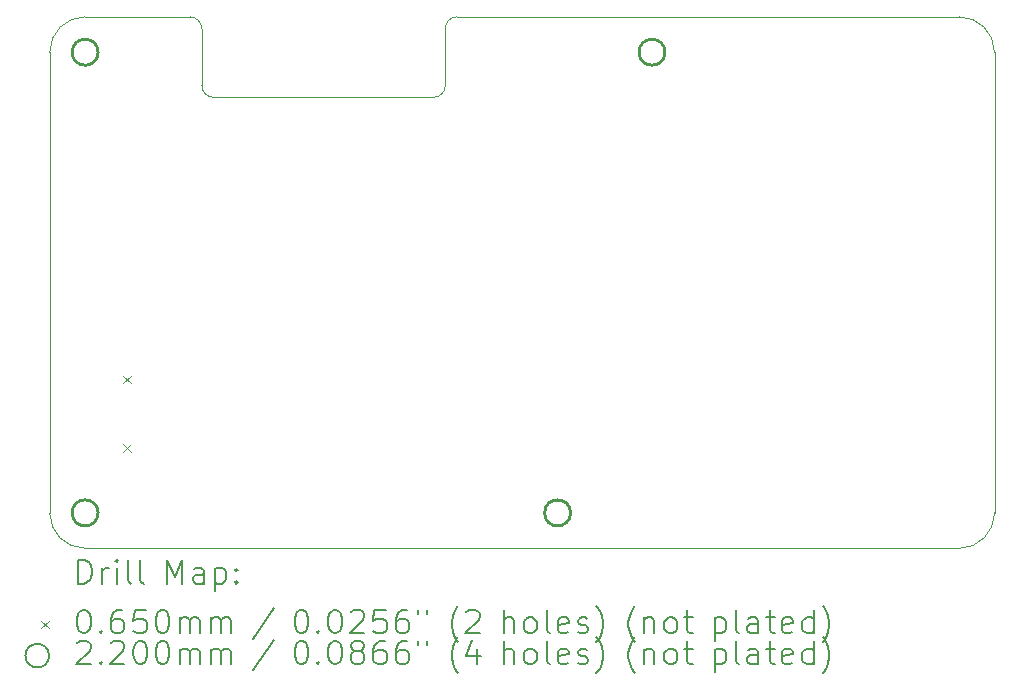
<source format=gbr>
%TF.GenerationSoftware,KiCad,Pcbnew,(7.0.0-0)*%
%TF.CreationDate,2023-03-01T12:51:13+00:00*%
%TF.ProjectId,winch-link,77696e63-682d-46c6-996e-6b2e6b696361,rev?*%
%TF.SameCoordinates,Original*%
%TF.FileFunction,Drillmap*%
%TF.FilePolarity,Positive*%
%FSLAX45Y45*%
G04 Gerber Fmt 4.5, Leading zero omitted, Abs format (unit mm)*
G04 Created by KiCad (PCBNEW (7.0.0-0)) date 2023-03-01 12:51:13*
%MOMM*%
%LPD*%
G01*
G04 APERTURE LIST*
%ADD10C,0.100000*%
%ADD11C,0.200000*%
%ADD12C,0.065000*%
%ADD13C,0.220000*%
G04 APERTURE END LIST*
D10*
X13987861Y-8919589D02*
G75*
G03*
X14087189Y-8820060I-111J99439D01*
G01*
X10737868Y-8537868D02*
X10737868Y-12437868D01*
X14087835Y-8337049D02*
X14087189Y-8820060D01*
X11037868Y-8237868D02*
X11925073Y-8238324D01*
X12024602Y-8337647D02*
X12026201Y-8819446D01*
X12024606Y-8337647D02*
G75*
G03*
X11925073Y-8238324I-99426J-103D01*
G01*
X18737868Y-8537872D02*
G75*
G03*
X18437864Y-8237872I-299998J2D01*
G01*
X18437868Y-12737868D02*
G75*
G03*
X18737868Y-12437868I2J299998D01*
G01*
X14187871Y-8237064D02*
X18437864Y-8237872D01*
X18737864Y-8537872D02*
X18737868Y-12437868D01*
X11037868Y-8237868D02*
G75*
G03*
X10737868Y-8537868I2J-300002D01*
G01*
X12026201Y-8819446D02*
G75*
G03*
X12125729Y-8918769I99429J106D01*
G01*
X14187871Y-8237065D02*
G75*
G03*
X14087835Y-8337049I-361J-99675D01*
G01*
X10737872Y-12437868D02*
G75*
G03*
X11037868Y-12737868I299998J-2D01*
G01*
X12125729Y-8918769D02*
X13987861Y-8919589D01*
X18437868Y-12737868D02*
X11037868Y-12737868D01*
D11*
D12*
X11360868Y-11277052D02*
X11425868Y-11342052D01*
X11425868Y-11277052D02*
X11360868Y-11342052D01*
X11360868Y-11855052D02*
X11425868Y-11920052D01*
X11425868Y-11855052D02*
X11360868Y-11920052D01*
D13*
X11147868Y-8537868D02*
G75*
G03*
X11147868Y-8537868I-110000J0D01*
G01*
X11147868Y-12437868D02*
G75*
G03*
X11147868Y-12437868I-110000J0D01*
G01*
X15147868Y-12437868D02*
G75*
G03*
X15147868Y-12437868I-110000J0D01*
G01*
X15947868Y-8537868D02*
G75*
G03*
X15947868Y-8537868I-110000J0D01*
G01*
D11*
X10980487Y-13036344D02*
X10980487Y-12836344D01*
X10980487Y-12836344D02*
X11028106Y-12836344D01*
X11028106Y-12836344D02*
X11056678Y-12845868D01*
X11056678Y-12845868D02*
X11075725Y-12864916D01*
X11075725Y-12864916D02*
X11085249Y-12883963D01*
X11085249Y-12883963D02*
X11094773Y-12922058D01*
X11094773Y-12922058D02*
X11094773Y-12950630D01*
X11094773Y-12950630D02*
X11085249Y-12988725D01*
X11085249Y-12988725D02*
X11075725Y-13007773D01*
X11075725Y-13007773D02*
X11056678Y-13026820D01*
X11056678Y-13026820D02*
X11028106Y-13036344D01*
X11028106Y-13036344D02*
X10980487Y-13036344D01*
X11180487Y-13036344D02*
X11180487Y-12903011D01*
X11180487Y-12941106D02*
X11190011Y-12922058D01*
X11190011Y-12922058D02*
X11199535Y-12912535D01*
X11199535Y-12912535D02*
X11218582Y-12903011D01*
X11218582Y-12903011D02*
X11237630Y-12903011D01*
X11304296Y-13036344D02*
X11304296Y-12903011D01*
X11304296Y-12836344D02*
X11294773Y-12845868D01*
X11294773Y-12845868D02*
X11304296Y-12855392D01*
X11304296Y-12855392D02*
X11313820Y-12845868D01*
X11313820Y-12845868D02*
X11304296Y-12836344D01*
X11304296Y-12836344D02*
X11304296Y-12855392D01*
X11428106Y-13036344D02*
X11409058Y-13026820D01*
X11409058Y-13026820D02*
X11399535Y-13007773D01*
X11399535Y-13007773D02*
X11399535Y-12836344D01*
X11532868Y-13036344D02*
X11513820Y-13026820D01*
X11513820Y-13026820D02*
X11504296Y-13007773D01*
X11504296Y-13007773D02*
X11504296Y-12836344D01*
X11729058Y-13036344D02*
X11729058Y-12836344D01*
X11729058Y-12836344D02*
X11795725Y-12979201D01*
X11795725Y-12979201D02*
X11862392Y-12836344D01*
X11862392Y-12836344D02*
X11862392Y-13036344D01*
X12043344Y-13036344D02*
X12043344Y-12931582D01*
X12043344Y-12931582D02*
X12033820Y-12912535D01*
X12033820Y-12912535D02*
X12014773Y-12903011D01*
X12014773Y-12903011D02*
X11976677Y-12903011D01*
X11976677Y-12903011D02*
X11957630Y-12912535D01*
X12043344Y-13026820D02*
X12024296Y-13036344D01*
X12024296Y-13036344D02*
X11976677Y-13036344D01*
X11976677Y-13036344D02*
X11957630Y-13026820D01*
X11957630Y-13026820D02*
X11948106Y-13007773D01*
X11948106Y-13007773D02*
X11948106Y-12988725D01*
X11948106Y-12988725D02*
X11957630Y-12969677D01*
X11957630Y-12969677D02*
X11976677Y-12960154D01*
X11976677Y-12960154D02*
X12024296Y-12960154D01*
X12024296Y-12960154D02*
X12043344Y-12950630D01*
X12138582Y-12903011D02*
X12138582Y-13103011D01*
X12138582Y-12912535D02*
X12157630Y-12903011D01*
X12157630Y-12903011D02*
X12195725Y-12903011D01*
X12195725Y-12903011D02*
X12214773Y-12912535D01*
X12214773Y-12912535D02*
X12224296Y-12922058D01*
X12224296Y-12922058D02*
X12233820Y-12941106D01*
X12233820Y-12941106D02*
X12233820Y-12998249D01*
X12233820Y-12998249D02*
X12224296Y-13017296D01*
X12224296Y-13017296D02*
X12214773Y-13026820D01*
X12214773Y-13026820D02*
X12195725Y-13036344D01*
X12195725Y-13036344D02*
X12157630Y-13036344D01*
X12157630Y-13036344D02*
X12138582Y-13026820D01*
X12319535Y-13017296D02*
X12329058Y-13026820D01*
X12329058Y-13026820D02*
X12319535Y-13036344D01*
X12319535Y-13036344D02*
X12310011Y-13026820D01*
X12310011Y-13026820D02*
X12319535Y-13017296D01*
X12319535Y-13017296D02*
X12319535Y-13036344D01*
X12319535Y-12912535D02*
X12329058Y-12922058D01*
X12329058Y-12922058D02*
X12319535Y-12931582D01*
X12319535Y-12931582D02*
X12310011Y-12922058D01*
X12310011Y-12922058D02*
X12319535Y-12912535D01*
X12319535Y-12912535D02*
X12319535Y-12931582D01*
D12*
X10667868Y-13350368D02*
X10732868Y-13415368D01*
X10732868Y-13350368D02*
X10667868Y-13415368D01*
D11*
X11018582Y-13256344D02*
X11037630Y-13256344D01*
X11037630Y-13256344D02*
X11056678Y-13265868D01*
X11056678Y-13265868D02*
X11066201Y-13275392D01*
X11066201Y-13275392D02*
X11075725Y-13294439D01*
X11075725Y-13294439D02*
X11085249Y-13332535D01*
X11085249Y-13332535D02*
X11085249Y-13380154D01*
X11085249Y-13380154D02*
X11075725Y-13418249D01*
X11075725Y-13418249D02*
X11066201Y-13437296D01*
X11066201Y-13437296D02*
X11056678Y-13446820D01*
X11056678Y-13446820D02*
X11037630Y-13456344D01*
X11037630Y-13456344D02*
X11018582Y-13456344D01*
X11018582Y-13456344D02*
X10999535Y-13446820D01*
X10999535Y-13446820D02*
X10990011Y-13437296D01*
X10990011Y-13437296D02*
X10980487Y-13418249D01*
X10980487Y-13418249D02*
X10970963Y-13380154D01*
X10970963Y-13380154D02*
X10970963Y-13332535D01*
X10970963Y-13332535D02*
X10980487Y-13294439D01*
X10980487Y-13294439D02*
X10990011Y-13275392D01*
X10990011Y-13275392D02*
X10999535Y-13265868D01*
X10999535Y-13265868D02*
X11018582Y-13256344D01*
X11170963Y-13437296D02*
X11180487Y-13446820D01*
X11180487Y-13446820D02*
X11170963Y-13456344D01*
X11170963Y-13456344D02*
X11161439Y-13446820D01*
X11161439Y-13446820D02*
X11170963Y-13437296D01*
X11170963Y-13437296D02*
X11170963Y-13456344D01*
X11351916Y-13256344D02*
X11313820Y-13256344D01*
X11313820Y-13256344D02*
X11294773Y-13265868D01*
X11294773Y-13265868D02*
X11285249Y-13275392D01*
X11285249Y-13275392D02*
X11266201Y-13303963D01*
X11266201Y-13303963D02*
X11256677Y-13342058D01*
X11256677Y-13342058D02*
X11256677Y-13418249D01*
X11256677Y-13418249D02*
X11266201Y-13437296D01*
X11266201Y-13437296D02*
X11275725Y-13446820D01*
X11275725Y-13446820D02*
X11294773Y-13456344D01*
X11294773Y-13456344D02*
X11332868Y-13456344D01*
X11332868Y-13456344D02*
X11351916Y-13446820D01*
X11351916Y-13446820D02*
X11361439Y-13437296D01*
X11361439Y-13437296D02*
X11370963Y-13418249D01*
X11370963Y-13418249D02*
X11370963Y-13370630D01*
X11370963Y-13370630D02*
X11361439Y-13351582D01*
X11361439Y-13351582D02*
X11351916Y-13342058D01*
X11351916Y-13342058D02*
X11332868Y-13332535D01*
X11332868Y-13332535D02*
X11294773Y-13332535D01*
X11294773Y-13332535D02*
X11275725Y-13342058D01*
X11275725Y-13342058D02*
X11266201Y-13351582D01*
X11266201Y-13351582D02*
X11256677Y-13370630D01*
X11551916Y-13256344D02*
X11456677Y-13256344D01*
X11456677Y-13256344D02*
X11447154Y-13351582D01*
X11447154Y-13351582D02*
X11456677Y-13342058D01*
X11456677Y-13342058D02*
X11475725Y-13332535D01*
X11475725Y-13332535D02*
X11523344Y-13332535D01*
X11523344Y-13332535D02*
X11542392Y-13342058D01*
X11542392Y-13342058D02*
X11551916Y-13351582D01*
X11551916Y-13351582D02*
X11561439Y-13370630D01*
X11561439Y-13370630D02*
X11561439Y-13418249D01*
X11561439Y-13418249D02*
X11551916Y-13437296D01*
X11551916Y-13437296D02*
X11542392Y-13446820D01*
X11542392Y-13446820D02*
X11523344Y-13456344D01*
X11523344Y-13456344D02*
X11475725Y-13456344D01*
X11475725Y-13456344D02*
X11456677Y-13446820D01*
X11456677Y-13446820D02*
X11447154Y-13437296D01*
X11685249Y-13256344D02*
X11704297Y-13256344D01*
X11704297Y-13256344D02*
X11723344Y-13265868D01*
X11723344Y-13265868D02*
X11732868Y-13275392D01*
X11732868Y-13275392D02*
X11742392Y-13294439D01*
X11742392Y-13294439D02*
X11751916Y-13332535D01*
X11751916Y-13332535D02*
X11751916Y-13380154D01*
X11751916Y-13380154D02*
X11742392Y-13418249D01*
X11742392Y-13418249D02*
X11732868Y-13437296D01*
X11732868Y-13437296D02*
X11723344Y-13446820D01*
X11723344Y-13446820D02*
X11704297Y-13456344D01*
X11704297Y-13456344D02*
X11685249Y-13456344D01*
X11685249Y-13456344D02*
X11666201Y-13446820D01*
X11666201Y-13446820D02*
X11656677Y-13437296D01*
X11656677Y-13437296D02*
X11647154Y-13418249D01*
X11647154Y-13418249D02*
X11637630Y-13380154D01*
X11637630Y-13380154D02*
X11637630Y-13332535D01*
X11637630Y-13332535D02*
X11647154Y-13294439D01*
X11647154Y-13294439D02*
X11656677Y-13275392D01*
X11656677Y-13275392D02*
X11666201Y-13265868D01*
X11666201Y-13265868D02*
X11685249Y-13256344D01*
X11837630Y-13456344D02*
X11837630Y-13323011D01*
X11837630Y-13342058D02*
X11847154Y-13332535D01*
X11847154Y-13332535D02*
X11866201Y-13323011D01*
X11866201Y-13323011D02*
X11894773Y-13323011D01*
X11894773Y-13323011D02*
X11913820Y-13332535D01*
X11913820Y-13332535D02*
X11923344Y-13351582D01*
X11923344Y-13351582D02*
X11923344Y-13456344D01*
X11923344Y-13351582D02*
X11932868Y-13332535D01*
X11932868Y-13332535D02*
X11951916Y-13323011D01*
X11951916Y-13323011D02*
X11980487Y-13323011D01*
X11980487Y-13323011D02*
X11999535Y-13332535D01*
X11999535Y-13332535D02*
X12009058Y-13351582D01*
X12009058Y-13351582D02*
X12009058Y-13456344D01*
X12104297Y-13456344D02*
X12104297Y-13323011D01*
X12104297Y-13342058D02*
X12113820Y-13332535D01*
X12113820Y-13332535D02*
X12132868Y-13323011D01*
X12132868Y-13323011D02*
X12161439Y-13323011D01*
X12161439Y-13323011D02*
X12180487Y-13332535D01*
X12180487Y-13332535D02*
X12190011Y-13351582D01*
X12190011Y-13351582D02*
X12190011Y-13456344D01*
X12190011Y-13351582D02*
X12199535Y-13332535D01*
X12199535Y-13332535D02*
X12218582Y-13323011D01*
X12218582Y-13323011D02*
X12247154Y-13323011D01*
X12247154Y-13323011D02*
X12266201Y-13332535D01*
X12266201Y-13332535D02*
X12275725Y-13351582D01*
X12275725Y-13351582D02*
X12275725Y-13456344D01*
X12633820Y-13246820D02*
X12462392Y-13503963D01*
X12858582Y-13256344D02*
X12877630Y-13256344D01*
X12877630Y-13256344D02*
X12896678Y-13265868D01*
X12896678Y-13265868D02*
X12906201Y-13275392D01*
X12906201Y-13275392D02*
X12915725Y-13294439D01*
X12915725Y-13294439D02*
X12925249Y-13332535D01*
X12925249Y-13332535D02*
X12925249Y-13380154D01*
X12925249Y-13380154D02*
X12915725Y-13418249D01*
X12915725Y-13418249D02*
X12906201Y-13437296D01*
X12906201Y-13437296D02*
X12896678Y-13446820D01*
X12896678Y-13446820D02*
X12877630Y-13456344D01*
X12877630Y-13456344D02*
X12858582Y-13456344D01*
X12858582Y-13456344D02*
X12839535Y-13446820D01*
X12839535Y-13446820D02*
X12830011Y-13437296D01*
X12830011Y-13437296D02*
X12820487Y-13418249D01*
X12820487Y-13418249D02*
X12810963Y-13380154D01*
X12810963Y-13380154D02*
X12810963Y-13332535D01*
X12810963Y-13332535D02*
X12820487Y-13294439D01*
X12820487Y-13294439D02*
X12830011Y-13275392D01*
X12830011Y-13275392D02*
X12839535Y-13265868D01*
X12839535Y-13265868D02*
X12858582Y-13256344D01*
X13010963Y-13437296D02*
X13020487Y-13446820D01*
X13020487Y-13446820D02*
X13010963Y-13456344D01*
X13010963Y-13456344D02*
X13001439Y-13446820D01*
X13001439Y-13446820D02*
X13010963Y-13437296D01*
X13010963Y-13437296D02*
X13010963Y-13456344D01*
X13144297Y-13256344D02*
X13163344Y-13256344D01*
X13163344Y-13256344D02*
X13182392Y-13265868D01*
X13182392Y-13265868D02*
X13191916Y-13275392D01*
X13191916Y-13275392D02*
X13201439Y-13294439D01*
X13201439Y-13294439D02*
X13210963Y-13332535D01*
X13210963Y-13332535D02*
X13210963Y-13380154D01*
X13210963Y-13380154D02*
X13201439Y-13418249D01*
X13201439Y-13418249D02*
X13191916Y-13437296D01*
X13191916Y-13437296D02*
X13182392Y-13446820D01*
X13182392Y-13446820D02*
X13163344Y-13456344D01*
X13163344Y-13456344D02*
X13144297Y-13456344D01*
X13144297Y-13456344D02*
X13125249Y-13446820D01*
X13125249Y-13446820D02*
X13115725Y-13437296D01*
X13115725Y-13437296D02*
X13106201Y-13418249D01*
X13106201Y-13418249D02*
X13096678Y-13380154D01*
X13096678Y-13380154D02*
X13096678Y-13332535D01*
X13096678Y-13332535D02*
X13106201Y-13294439D01*
X13106201Y-13294439D02*
X13115725Y-13275392D01*
X13115725Y-13275392D02*
X13125249Y-13265868D01*
X13125249Y-13265868D02*
X13144297Y-13256344D01*
X13287154Y-13275392D02*
X13296678Y-13265868D01*
X13296678Y-13265868D02*
X13315725Y-13256344D01*
X13315725Y-13256344D02*
X13363344Y-13256344D01*
X13363344Y-13256344D02*
X13382392Y-13265868D01*
X13382392Y-13265868D02*
X13391916Y-13275392D01*
X13391916Y-13275392D02*
X13401439Y-13294439D01*
X13401439Y-13294439D02*
X13401439Y-13313487D01*
X13401439Y-13313487D02*
X13391916Y-13342058D01*
X13391916Y-13342058D02*
X13277630Y-13456344D01*
X13277630Y-13456344D02*
X13401439Y-13456344D01*
X13582392Y-13256344D02*
X13487154Y-13256344D01*
X13487154Y-13256344D02*
X13477630Y-13351582D01*
X13477630Y-13351582D02*
X13487154Y-13342058D01*
X13487154Y-13342058D02*
X13506201Y-13332535D01*
X13506201Y-13332535D02*
X13553820Y-13332535D01*
X13553820Y-13332535D02*
X13572868Y-13342058D01*
X13572868Y-13342058D02*
X13582392Y-13351582D01*
X13582392Y-13351582D02*
X13591916Y-13370630D01*
X13591916Y-13370630D02*
X13591916Y-13418249D01*
X13591916Y-13418249D02*
X13582392Y-13437296D01*
X13582392Y-13437296D02*
X13572868Y-13446820D01*
X13572868Y-13446820D02*
X13553820Y-13456344D01*
X13553820Y-13456344D02*
X13506201Y-13456344D01*
X13506201Y-13456344D02*
X13487154Y-13446820D01*
X13487154Y-13446820D02*
X13477630Y-13437296D01*
X13763344Y-13256344D02*
X13725249Y-13256344D01*
X13725249Y-13256344D02*
X13706201Y-13265868D01*
X13706201Y-13265868D02*
X13696678Y-13275392D01*
X13696678Y-13275392D02*
X13677630Y-13303963D01*
X13677630Y-13303963D02*
X13668106Y-13342058D01*
X13668106Y-13342058D02*
X13668106Y-13418249D01*
X13668106Y-13418249D02*
X13677630Y-13437296D01*
X13677630Y-13437296D02*
X13687154Y-13446820D01*
X13687154Y-13446820D02*
X13706201Y-13456344D01*
X13706201Y-13456344D02*
X13744297Y-13456344D01*
X13744297Y-13456344D02*
X13763344Y-13446820D01*
X13763344Y-13446820D02*
X13772868Y-13437296D01*
X13772868Y-13437296D02*
X13782392Y-13418249D01*
X13782392Y-13418249D02*
X13782392Y-13370630D01*
X13782392Y-13370630D02*
X13772868Y-13351582D01*
X13772868Y-13351582D02*
X13763344Y-13342058D01*
X13763344Y-13342058D02*
X13744297Y-13332535D01*
X13744297Y-13332535D02*
X13706201Y-13332535D01*
X13706201Y-13332535D02*
X13687154Y-13342058D01*
X13687154Y-13342058D02*
X13677630Y-13351582D01*
X13677630Y-13351582D02*
X13668106Y-13370630D01*
X13858582Y-13256344D02*
X13858582Y-13294439D01*
X13934773Y-13256344D02*
X13934773Y-13294439D01*
X14197630Y-13532535D02*
X14188106Y-13523011D01*
X14188106Y-13523011D02*
X14169059Y-13494439D01*
X14169059Y-13494439D02*
X14159535Y-13475392D01*
X14159535Y-13475392D02*
X14150011Y-13446820D01*
X14150011Y-13446820D02*
X14140487Y-13399201D01*
X14140487Y-13399201D02*
X14140487Y-13361106D01*
X14140487Y-13361106D02*
X14150011Y-13313487D01*
X14150011Y-13313487D02*
X14159535Y-13284916D01*
X14159535Y-13284916D02*
X14169059Y-13265868D01*
X14169059Y-13265868D02*
X14188106Y-13237296D01*
X14188106Y-13237296D02*
X14197630Y-13227773D01*
X14264297Y-13275392D02*
X14273820Y-13265868D01*
X14273820Y-13265868D02*
X14292868Y-13256344D01*
X14292868Y-13256344D02*
X14340487Y-13256344D01*
X14340487Y-13256344D02*
X14359535Y-13265868D01*
X14359535Y-13265868D02*
X14369059Y-13275392D01*
X14369059Y-13275392D02*
X14378582Y-13294439D01*
X14378582Y-13294439D02*
X14378582Y-13313487D01*
X14378582Y-13313487D02*
X14369059Y-13342058D01*
X14369059Y-13342058D02*
X14254773Y-13456344D01*
X14254773Y-13456344D02*
X14378582Y-13456344D01*
X14584297Y-13456344D02*
X14584297Y-13256344D01*
X14670011Y-13456344D02*
X14670011Y-13351582D01*
X14670011Y-13351582D02*
X14660487Y-13332535D01*
X14660487Y-13332535D02*
X14641440Y-13323011D01*
X14641440Y-13323011D02*
X14612868Y-13323011D01*
X14612868Y-13323011D02*
X14593820Y-13332535D01*
X14593820Y-13332535D02*
X14584297Y-13342058D01*
X14793820Y-13456344D02*
X14774773Y-13446820D01*
X14774773Y-13446820D02*
X14765249Y-13437296D01*
X14765249Y-13437296D02*
X14755725Y-13418249D01*
X14755725Y-13418249D02*
X14755725Y-13361106D01*
X14755725Y-13361106D02*
X14765249Y-13342058D01*
X14765249Y-13342058D02*
X14774773Y-13332535D01*
X14774773Y-13332535D02*
X14793820Y-13323011D01*
X14793820Y-13323011D02*
X14822392Y-13323011D01*
X14822392Y-13323011D02*
X14841440Y-13332535D01*
X14841440Y-13332535D02*
X14850963Y-13342058D01*
X14850963Y-13342058D02*
X14860487Y-13361106D01*
X14860487Y-13361106D02*
X14860487Y-13418249D01*
X14860487Y-13418249D02*
X14850963Y-13437296D01*
X14850963Y-13437296D02*
X14841440Y-13446820D01*
X14841440Y-13446820D02*
X14822392Y-13456344D01*
X14822392Y-13456344D02*
X14793820Y-13456344D01*
X14974773Y-13456344D02*
X14955725Y-13446820D01*
X14955725Y-13446820D02*
X14946201Y-13427773D01*
X14946201Y-13427773D02*
X14946201Y-13256344D01*
X15127154Y-13446820D02*
X15108106Y-13456344D01*
X15108106Y-13456344D02*
X15070011Y-13456344D01*
X15070011Y-13456344D02*
X15050963Y-13446820D01*
X15050963Y-13446820D02*
X15041440Y-13427773D01*
X15041440Y-13427773D02*
X15041440Y-13351582D01*
X15041440Y-13351582D02*
X15050963Y-13332535D01*
X15050963Y-13332535D02*
X15070011Y-13323011D01*
X15070011Y-13323011D02*
X15108106Y-13323011D01*
X15108106Y-13323011D02*
X15127154Y-13332535D01*
X15127154Y-13332535D02*
X15136678Y-13351582D01*
X15136678Y-13351582D02*
X15136678Y-13370630D01*
X15136678Y-13370630D02*
X15041440Y-13389677D01*
X15212868Y-13446820D02*
X15231916Y-13456344D01*
X15231916Y-13456344D02*
X15270011Y-13456344D01*
X15270011Y-13456344D02*
X15289059Y-13446820D01*
X15289059Y-13446820D02*
X15298582Y-13427773D01*
X15298582Y-13427773D02*
X15298582Y-13418249D01*
X15298582Y-13418249D02*
X15289059Y-13399201D01*
X15289059Y-13399201D02*
X15270011Y-13389677D01*
X15270011Y-13389677D02*
X15241440Y-13389677D01*
X15241440Y-13389677D02*
X15222392Y-13380154D01*
X15222392Y-13380154D02*
X15212868Y-13361106D01*
X15212868Y-13361106D02*
X15212868Y-13351582D01*
X15212868Y-13351582D02*
X15222392Y-13332535D01*
X15222392Y-13332535D02*
X15241440Y-13323011D01*
X15241440Y-13323011D02*
X15270011Y-13323011D01*
X15270011Y-13323011D02*
X15289059Y-13332535D01*
X15365249Y-13532535D02*
X15374773Y-13523011D01*
X15374773Y-13523011D02*
X15393821Y-13494439D01*
X15393821Y-13494439D02*
X15403344Y-13475392D01*
X15403344Y-13475392D02*
X15412868Y-13446820D01*
X15412868Y-13446820D02*
X15422392Y-13399201D01*
X15422392Y-13399201D02*
X15422392Y-13361106D01*
X15422392Y-13361106D02*
X15412868Y-13313487D01*
X15412868Y-13313487D02*
X15403344Y-13284916D01*
X15403344Y-13284916D02*
X15393821Y-13265868D01*
X15393821Y-13265868D02*
X15374773Y-13237296D01*
X15374773Y-13237296D02*
X15365249Y-13227773D01*
X15694773Y-13532535D02*
X15685249Y-13523011D01*
X15685249Y-13523011D02*
X15666201Y-13494439D01*
X15666201Y-13494439D02*
X15656678Y-13475392D01*
X15656678Y-13475392D02*
X15647154Y-13446820D01*
X15647154Y-13446820D02*
X15637630Y-13399201D01*
X15637630Y-13399201D02*
X15637630Y-13361106D01*
X15637630Y-13361106D02*
X15647154Y-13313487D01*
X15647154Y-13313487D02*
X15656678Y-13284916D01*
X15656678Y-13284916D02*
X15666201Y-13265868D01*
X15666201Y-13265868D02*
X15685249Y-13237296D01*
X15685249Y-13237296D02*
X15694773Y-13227773D01*
X15770963Y-13323011D02*
X15770963Y-13456344D01*
X15770963Y-13342058D02*
X15780487Y-13332535D01*
X15780487Y-13332535D02*
X15799535Y-13323011D01*
X15799535Y-13323011D02*
X15828106Y-13323011D01*
X15828106Y-13323011D02*
X15847154Y-13332535D01*
X15847154Y-13332535D02*
X15856678Y-13351582D01*
X15856678Y-13351582D02*
X15856678Y-13456344D01*
X15980487Y-13456344D02*
X15961440Y-13446820D01*
X15961440Y-13446820D02*
X15951916Y-13437296D01*
X15951916Y-13437296D02*
X15942392Y-13418249D01*
X15942392Y-13418249D02*
X15942392Y-13361106D01*
X15942392Y-13361106D02*
X15951916Y-13342058D01*
X15951916Y-13342058D02*
X15961440Y-13332535D01*
X15961440Y-13332535D02*
X15980487Y-13323011D01*
X15980487Y-13323011D02*
X16009059Y-13323011D01*
X16009059Y-13323011D02*
X16028106Y-13332535D01*
X16028106Y-13332535D02*
X16037630Y-13342058D01*
X16037630Y-13342058D02*
X16047154Y-13361106D01*
X16047154Y-13361106D02*
X16047154Y-13418249D01*
X16047154Y-13418249D02*
X16037630Y-13437296D01*
X16037630Y-13437296D02*
X16028106Y-13446820D01*
X16028106Y-13446820D02*
X16009059Y-13456344D01*
X16009059Y-13456344D02*
X15980487Y-13456344D01*
X16104297Y-13323011D02*
X16180487Y-13323011D01*
X16132868Y-13256344D02*
X16132868Y-13427773D01*
X16132868Y-13427773D02*
X16142392Y-13446820D01*
X16142392Y-13446820D02*
X16161440Y-13456344D01*
X16161440Y-13456344D02*
X16180487Y-13456344D01*
X16367154Y-13323011D02*
X16367154Y-13523011D01*
X16367154Y-13332535D02*
X16386201Y-13323011D01*
X16386201Y-13323011D02*
X16424297Y-13323011D01*
X16424297Y-13323011D02*
X16443344Y-13332535D01*
X16443344Y-13332535D02*
X16452868Y-13342058D01*
X16452868Y-13342058D02*
X16462392Y-13361106D01*
X16462392Y-13361106D02*
X16462392Y-13418249D01*
X16462392Y-13418249D02*
X16452868Y-13437296D01*
X16452868Y-13437296D02*
X16443344Y-13446820D01*
X16443344Y-13446820D02*
X16424297Y-13456344D01*
X16424297Y-13456344D02*
X16386201Y-13456344D01*
X16386201Y-13456344D02*
X16367154Y-13446820D01*
X16576678Y-13456344D02*
X16557630Y-13446820D01*
X16557630Y-13446820D02*
X16548106Y-13427773D01*
X16548106Y-13427773D02*
X16548106Y-13256344D01*
X16738582Y-13456344D02*
X16738582Y-13351582D01*
X16738582Y-13351582D02*
X16729059Y-13332535D01*
X16729059Y-13332535D02*
X16710011Y-13323011D01*
X16710011Y-13323011D02*
X16671916Y-13323011D01*
X16671916Y-13323011D02*
X16652868Y-13332535D01*
X16738582Y-13446820D02*
X16719535Y-13456344D01*
X16719535Y-13456344D02*
X16671916Y-13456344D01*
X16671916Y-13456344D02*
X16652868Y-13446820D01*
X16652868Y-13446820D02*
X16643344Y-13427773D01*
X16643344Y-13427773D02*
X16643344Y-13408725D01*
X16643344Y-13408725D02*
X16652868Y-13389677D01*
X16652868Y-13389677D02*
X16671916Y-13380154D01*
X16671916Y-13380154D02*
X16719535Y-13380154D01*
X16719535Y-13380154D02*
X16738582Y-13370630D01*
X16805249Y-13323011D02*
X16881440Y-13323011D01*
X16833821Y-13256344D02*
X16833821Y-13427773D01*
X16833821Y-13427773D02*
X16843344Y-13446820D01*
X16843344Y-13446820D02*
X16862392Y-13456344D01*
X16862392Y-13456344D02*
X16881440Y-13456344D01*
X17024297Y-13446820D02*
X17005249Y-13456344D01*
X17005249Y-13456344D02*
X16967154Y-13456344D01*
X16967154Y-13456344D02*
X16948106Y-13446820D01*
X16948106Y-13446820D02*
X16938583Y-13427773D01*
X16938583Y-13427773D02*
X16938583Y-13351582D01*
X16938583Y-13351582D02*
X16948106Y-13332535D01*
X16948106Y-13332535D02*
X16967154Y-13323011D01*
X16967154Y-13323011D02*
X17005249Y-13323011D01*
X17005249Y-13323011D02*
X17024297Y-13332535D01*
X17024297Y-13332535D02*
X17033821Y-13351582D01*
X17033821Y-13351582D02*
X17033821Y-13370630D01*
X17033821Y-13370630D02*
X16938583Y-13389677D01*
X17205249Y-13456344D02*
X17205249Y-13256344D01*
X17205249Y-13446820D02*
X17186202Y-13456344D01*
X17186202Y-13456344D02*
X17148106Y-13456344D01*
X17148106Y-13456344D02*
X17129059Y-13446820D01*
X17129059Y-13446820D02*
X17119535Y-13437296D01*
X17119535Y-13437296D02*
X17110011Y-13418249D01*
X17110011Y-13418249D02*
X17110011Y-13361106D01*
X17110011Y-13361106D02*
X17119535Y-13342058D01*
X17119535Y-13342058D02*
X17129059Y-13332535D01*
X17129059Y-13332535D02*
X17148106Y-13323011D01*
X17148106Y-13323011D02*
X17186202Y-13323011D01*
X17186202Y-13323011D02*
X17205249Y-13332535D01*
X17281440Y-13532535D02*
X17290964Y-13523011D01*
X17290964Y-13523011D02*
X17310011Y-13494439D01*
X17310011Y-13494439D02*
X17319535Y-13475392D01*
X17319535Y-13475392D02*
X17329059Y-13446820D01*
X17329059Y-13446820D02*
X17338583Y-13399201D01*
X17338583Y-13399201D02*
X17338583Y-13361106D01*
X17338583Y-13361106D02*
X17329059Y-13313487D01*
X17329059Y-13313487D02*
X17319535Y-13284916D01*
X17319535Y-13284916D02*
X17310011Y-13265868D01*
X17310011Y-13265868D02*
X17290964Y-13237296D01*
X17290964Y-13237296D02*
X17281440Y-13227773D01*
X10732868Y-13646868D02*
G75*
G03*
X10732868Y-13646868I-100000J0D01*
G01*
X10970963Y-13539392D02*
X10980487Y-13529868D01*
X10980487Y-13529868D02*
X10999535Y-13520344D01*
X10999535Y-13520344D02*
X11047154Y-13520344D01*
X11047154Y-13520344D02*
X11066201Y-13529868D01*
X11066201Y-13529868D02*
X11075725Y-13539392D01*
X11075725Y-13539392D02*
X11085249Y-13558439D01*
X11085249Y-13558439D02*
X11085249Y-13577487D01*
X11085249Y-13577487D02*
X11075725Y-13606058D01*
X11075725Y-13606058D02*
X10961439Y-13720344D01*
X10961439Y-13720344D02*
X11085249Y-13720344D01*
X11170963Y-13701296D02*
X11180487Y-13710820D01*
X11180487Y-13710820D02*
X11170963Y-13720344D01*
X11170963Y-13720344D02*
X11161439Y-13710820D01*
X11161439Y-13710820D02*
X11170963Y-13701296D01*
X11170963Y-13701296D02*
X11170963Y-13720344D01*
X11256677Y-13539392D02*
X11266201Y-13529868D01*
X11266201Y-13529868D02*
X11285249Y-13520344D01*
X11285249Y-13520344D02*
X11332868Y-13520344D01*
X11332868Y-13520344D02*
X11351916Y-13529868D01*
X11351916Y-13529868D02*
X11361439Y-13539392D01*
X11361439Y-13539392D02*
X11370963Y-13558439D01*
X11370963Y-13558439D02*
X11370963Y-13577487D01*
X11370963Y-13577487D02*
X11361439Y-13606058D01*
X11361439Y-13606058D02*
X11247154Y-13720344D01*
X11247154Y-13720344D02*
X11370963Y-13720344D01*
X11494773Y-13520344D02*
X11513820Y-13520344D01*
X11513820Y-13520344D02*
X11532868Y-13529868D01*
X11532868Y-13529868D02*
X11542392Y-13539392D01*
X11542392Y-13539392D02*
X11551916Y-13558439D01*
X11551916Y-13558439D02*
X11561439Y-13596535D01*
X11561439Y-13596535D02*
X11561439Y-13644154D01*
X11561439Y-13644154D02*
X11551916Y-13682249D01*
X11551916Y-13682249D02*
X11542392Y-13701296D01*
X11542392Y-13701296D02*
X11532868Y-13710820D01*
X11532868Y-13710820D02*
X11513820Y-13720344D01*
X11513820Y-13720344D02*
X11494773Y-13720344D01*
X11494773Y-13720344D02*
X11475725Y-13710820D01*
X11475725Y-13710820D02*
X11466201Y-13701296D01*
X11466201Y-13701296D02*
X11456677Y-13682249D01*
X11456677Y-13682249D02*
X11447154Y-13644154D01*
X11447154Y-13644154D02*
X11447154Y-13596535D01*
X11447154Y-13596535D02*
X11456677Y-13558439D01*
X11456677Y-13558439D02*
X11466201Y-13539392D01*
X11466201Y-13539392D02*
X11475725Y-13529868D01*
X11475725Y-13529868D02*
X11494773Y-13520344D01*
X11685249Y-13520344D02*
X11704297Y-13520344D01*
X11704297Y-13520344D02*
X11723344Y-13529868D01*
X11723344Y-13529868D02*
X11732868Y-13539392D01*
X11732868Y-13539392D02*
X11742392Y-13558439D01*
X11742392Y-13558439D02*
X11751916Y-13596535D01*
X11751916Y-13596535D02*
X11751916Y-13644154D01*
X11751916Y-13644154D02*
X11742392Y-13682249D01*
X11742392Y-13682249D02*
X11732868Y-13701296D01*
X11732868Y-13701296D02*
X11723344Y-13710820D01*
X11723344Y-13710820D02*
X11704297Y-13720344D01*
X11704297Y-13720344D02*
X11685249Y-13720344D01*
X11685249Y-13720344D02*
X11666201Y-13710820D01*
X11666201Y-13710820D02*
X11656677Y-13701296D01*
X11656677Y-13701296D02*
X11647154Y-13682249D01*
X11647154Y-13682249D02*
X11637630Y-13644154D01*
X11637630Y-13644154D02*
X11637630Y-13596535D01*
X11637630Y-13596535D02*
X11647154Y-13558439D01*
X11647154Y-13558439D02*
X11656677Y-13539392D01*
X11656677Y-13539392D02*
X11666201Y-13529868D01*
X11666201Y-13529868D02*
X11685249Y-13520344D01*
X11837630Y-13720344D02*
X11837630Y-13587011D01*
X11837630Y-13606058D02*
X11847154Y-13596535D01*
X11847154Y-13596535D02*
X11866201Y-13587011D01*
X11866201Y-13587011D02*
X11894773Y-13587011D01*
X11894773Y-13587011D02*
X11913820Y-13596535D01*
X11913820Y-13596535D02*
X11923344Y-13615582D01*
X11923344Y-13615582D02*
X11923344Y-13720344D01*
X11923344Y-13615582D02*
X11932868Y-13596535D01*
X11932868Y-13596535D02*
X11951916Y-13587011D01*
X11951916Y-13587011D02*
X11980487Y-13587011D01*
X11980487Y-13587011D02*
X11999535Y-13596535D01*
X11999535Y-13596535D02*
X12009058Y-13615582D01*
X12009058Y-13615582D02*
X12009058Y-13720344D01*
X12104297Y-13720344D02*
X12104297Y-13587011D01*
X12104297Y-13606058D02*
X12113820Y-13596535D01*
X12113820Y-13596535D02*
X12132868Y-13587011D01*
X12132868Y-13587011D02*
X12161439Y-13587011D01*
X12161439Y-13587011D02*
X12180487Y-13596535D01*
X12180487Y-13596535D02*
X12190011Y-13615582D01*
X12190011Y-13615582D02*
X12190011Y-13720344D01*
X12190011Y-13615582D02*
X12199535Y-13596535D01*
X12199535Y-13596535D02*
X12218582Y-13587011D01*
X12218582Y-13587011D02*
X12247154Y-13587011D01*
X12247154Y-13587011D02*
X12266201Y-13596535D01*
X12266201Y-13596535D02*
X12275725Y-13615582D01*
X12275725Y-13615582D02*
X12275725Y-13720344D01*
X12633820Y-13510820D02*
X12462392Y-13767963D01*
X12858582Y-13520344D02*
X12877630Y-13520344D01*
X12877630Y-13520344D02*
X12896678Y-13529868D01*
X12896678Y-13529868D02*
X12906201Y-13539392D01*
X12906201Y-13539392D02*
X12915725Y-13558439D01*
X12915725Y-13558439D02*
X12925249Y-13596535D01*
X12925249Y-13596535D02*
X12925249Y-13644154D01*
X12925249Y-13644154D02*
X12915725Y-13682249D01*
X12915725Y-13682249D02*
X12906201Y-13701296D01*
X12906201Y-13701296D02*
X12896678Y-13710820D01*
X12896678Y-13710820D02*
X12877630Y-13720344D01*
X12877630Y-13720344D02*
X12858582Y-13720344D01*
X12858582Y-13720344D02*
X12839535Y-13710820D01*
X12839535Y-13710820D02*
X12830011Y-13701296D01*
X12830011Y-13701296D02*
X12820487Y-13682249D01*
X12820487Y-13682249D02*
X12810963Y-13644154D01*
X12810963Y-13644154D02*
X12810963Y-13596535D01*
X12810963Y-13596535D02*
X12820487Y-13558439D01*
X12820487Y-13558439D02*
X12830011Y-13539392D01*
X12830011Y-13539392D02*
X12839535Y-13529868D01*
X12839535Y-13529868D02*
X12858582Y-13520344D01*
X13010963Y-13701296D02*
X13020487Y-13710820D01*
X13020487Y-13710820D02*
X13010963Y-13720344D01*
X13010963Y-13720344D02*
X13001439Y-13710820D01*
X13001439Y-13710820D02*
X13010963Y-13701296D01*
X13010963Y-13701296D02*
X13010963Y-13720344D01*
X13144297Y-13520344D02*
X13163344Y-13520344D01*
X13163344Y-13520344D02*
X13182392Y-13529868D01*
X13182392Y-13529868D02*
X13191916Y-13539392D01*
X13191916Y-13539392D02*
X13201439Y-13558439D01*
X13201439Y-13558439D02*
X13210963Y-13596535D01*
X13210963Y-13596535D02*
X13210963Y-13644154D01*
X13210963Y-13644154D02*
X13201439Y-13682249D01*
X13201439Y-13682249D02*
X13191916Y-13701296D01*
X13191916Y-13701296D02*
X13182392Y-13710820D01*
X13182392Y-13710820D02*
X13163344Y-13720344D01*
X13163344Y-13720344D02*
X13144297Y-13720344D01*
X13144297Y-13720344D02*
X13125249Y-13710820D01*
X13125249Y-13710820D02*
X13115725Y-13701296D01*
X13115725Y-13701296D02*
X13106201Y-13682249D01*
X13106201Y-13682249D02*
X13096678Y-13644154D01*
X13096678Y-13644154D02*
X13096678Y-13596535D01*
X13096678Y-13596535D02*
X13106201Y-13558439D01*
X13106201Y-13558439D02*
X13115725Y-13539392D01*
X13115725Y-13539392D02*
X13125249Y-13529868D01*
X13125249Y-13529868D02*
X13144297Y-13520344D01*
X13325249Y-13606058D02*
X13306201Y-13596535D01*
X13306201Y-13596535D02*
X13296678Y-13587011D01*
X13296678Y-13587011D02*
X13287154Y-13567963D01*
X13287154Y-13567963D02*
X13287154Y-13558439D01*
X13287154Y-13558439D02*
X13296678Y-13539392D01*
X13296678Y-13539392D02*
X13306201Y-13529868D01*
X13306201Y-13529868D02*
X13325249Y-13520344D01*
X13325249Y-13520344D02*
X13363344Y-13520344D01*
X13363344Y-13520344D02*
X13382392Y-13529868D01*
X13382392Y-13529868D02*
X13391916Y-13539392D01*
X13391916Y-13539392D02*
X13401439Y-13558439D01*
X13401439Y-13558439D02*
X13401439Y-13567963D01*
X13401439Y-13567963D02*
X13391916Y-13587011D01*
X13391916Y-13587011D02*
X13382392Y-13596535D01*
X13382392Y-13596535D02*
X13363344Y-13606058D01*
X13363344Y-13606058D02*
X13325249Y-13606058D01*
X13325249Y-13606058D02*
X13306201Y-13615582D01*
X13306201Y-13615582D02*
X13296678Y-13625106D01*
X13296678Y-13625106D02*
X13287154Y-13644154D01*
X13287154Y-13644154D02*
X13287154Y-13682249D01*
X13287154Y-13682249D02*
X13296678Y-13701296D01*
X13296678Y-13701296D02*
X13306201Y-13710820D01*
X13306201Y-13710820D02*
X13325249Y-13720344D01*
X13325249Y-13720344D02*
X13363344Y-13720344D01*
X13363344Y-13720344D02*
X13382392Y-13710820D01*
X13382392Y-13710820D02*
X13391916Y-13701296D01*
X13391916Y-13701296D02*
X13401439Y-13682249D01*
X13401439Y-13682249D02*
X13401439Y-13644154D01*
X13401439Y-13644154D02*
X13391916Y-13625106D01*
X13391916Y-13625106D02*
X13382392Y-13615582D01*
X13382392Y-13615582D02*
X13363344Y-13606058D01*
X13572868Y-13520344D02*
X13534773Y-13520344D01*
X13534773Y-13520344D02*
X13515725Y-13529868D01*
X13515725Y-13529868D02*
X13506201Y-13539392D01*
X13506201Y-13539392D02*
X13487154Y-13567963D01*
X13487154Y-13567963D02*
X13477630Y-13606058D01*
X13477630Y-13606058D02*
X13477630Y-13682249D01*
X13477630Y-13682249D02*
X13487154Y-13701296D01*
X13487154Y-13701296D02*
X13496678Y-13710820D01*
X13496678Y-13710820D02*
X13515725Y-13720344D01*
X13515725Y-13720344D02*
X13553820Y-13720344D01*
X13553820Y-13720344D02*
X13572868Y-13710820D01*
X13572868Y-13710820D02*
X13582392Y-13701296D01*
X13582392Y-13701296D02*
X13591916Y-13682249D01*
X13591916Y-13682249D02*
X13591916Y-13634630D01*
X13591916Y-13634630D02*
X13582392Y-13615582D01*
X13582392Y-13615582D02*
X13572868Y-13606058D01*
X13572868Y-13606058D02*
X13553820Y-13596535D01*
X13553820Y-13596535D02*
X13515725Y-13596535D01*
X13515725Y-13596535D02*
X13496678Y-13606058D01*
X13496678Y-13606058D02*
X13487154Y-13615582D01*
X13487154Y-13615582D02*
X13477630Y-13634630D01*
X13763344Y-13520344D02*
X13725249Y-13520344D01*
X13725249Y-13520344D02*
X13706201Y-13529868D01*
X13706201Y-13529868D02*
X13696678Y-13539392D01*
X13696678Y-13539392D02*
X13677630Y-13567963D01*
X13677630Y-13567963D02*
X13668106Y-13606058D01*
X13668106Y-13606058D02*
X13668106Y-13682249D01*
X13668106Y-13682249D02*
X13677630Y-13701296D01*
X13677630Y-13701296D02*
X13687154Y-13710820D01*
X13687154Y-13710820D02*
X13706201Y-13720344D01*
X13706201Y-13720344D02*
X13744297Y-13720344D01*
X13744297Y-13720344D02*
X13763344Y-13710820D01*
X13763344Y-13710820D02*
X13772868Y-13701296D01*
X13772868Y-13701296D02*
X13782392Y-13682249D01*
X13782392Y-13682249D02*
X13782392Y-13634630D01*
X13782392Y-13634630D02*
X13772868Y-13615582D01*
X13772868Y-13615582D02*
X13763344Y-13606058D01*
X13763344Y-13606058D02*
X13744297Y-13596535D01*
X13744297Y-13596535D02*
X13706201Y-13596535D01*
X13706201Y-13596535D02*
X13687154Y-13606058D01*
X13687154Y-13606058D02*
X13677630Y-13615582D01*
X13677630Y-13615582D02*
X13668106Y-13634630D01*
X13858582Y-13520344D02*
X13858582Y-13558439D01*
X13934773Y-13520344D02*
X13934773Y-13558439D01*
X14197630Y-13796535D02*
X14188106Y-13787011D01*
X14188106Y-13787011D02*
X14169059Y-13758439D01*
X14169059Y-13758439D02*
X14159535Y-13739392D01*
X14159535Y-13739392D02*
X14150011Y-13710820D01*
X14150011Y-13710820D02*
X14140487Y-13663201D01*
X14140487Y-13663201D02*
X14140487Y-13625106D01*
X14140487Y-13625106D02*
X14150011Y-13577487D01*
X14150011Y-13577487D02*
X14159535Y-13548916D01*
X14159535Y-13548916D02*
X14169059Y-13529868D01*
X14169059Y-13529868D02*
X14188106Y-13501296D01*
X14188106Y-13501296D02*
X14197630Y-13491773D01*
X14359535Y-13587011D02*
X14359535Y-13720344D01*
X14311916Y-13510820D02*
X14264297Y-13653677D01*
X14264297Y-13653677D02*
X14388106Y-13653677D01*
X14584297Y-13720344D02*
X14584297Y-13520344D01*
X14670011Y-13720344D02*
X14670011Y-13615582D01*
X14670011Y-13615582D02*
X14660487Y-13596535D01*
X14660487Y-13596535D02*
X14641440Y-13587011D01*
X14641440Y-13587011D02*
X14612868Y-13587011D01*
X14612868Y-13587011D02*
X14593820Y-13596535D01*
X14593820Y-13596535D02*
X14584297Y-13606058D01*
X14793820Y-13720344D02*
X14774773Y-13710820D01*
X14774773Y-13710820D02*
X14765249Y-13701296D01*
X14765249Y-13701296D02*
X14755725Y-13682249D01*
X14755725Y-13682249D02*
X14755725Y-13625106D01*
X14755725Y-13625106D02*
X14765249Y-13606058D01*
X14765249Y-13606058D02*
X14774773Y-13596535D01*
X14774773Y-13596535D02*
X14793820Y-13587011D01*
X14793820Y-13587011D02*
X14822392Y-13587011D01*
X14822392Y-13587011D02*
X14841440Y-13596535D01*
X14841440Y-13596535D02*
X14850963Y-13606058D01*
X14850963Y-13606058D02*
X14860487Y-13625106D01*
X14860487Y-13625106D02*
X14860487Y-13682249D01*
X14860487Y-13682249D02*
X14850963Y-13701296D01*
X14850963Y-13701296D02*
X14841440Y-13710820D01*
X14841440Y-13710820D02*
X14822392Y-13720344D01*
X14822392Y-13720344D02*
X14793820Y-13720344D01*
X14974773Y-13720344D02*
X14955725Y-13710820D01*
X14955725Y-13710820D02*
X14946201Y-13691773D01*
X14946201Y-13691773D02*
X14946201Y-13520344D01*
X15127154Y-13710820D02*
X15108106Y-13720344D01*
X15108106Y-13720344D02*
X15070011Y-13720344D01*
X15070011Y-13720344D02*
X15050963Y-13710820D01*
X15050963Y-13710820D02*
X15041440Y-13691773D01*
X15041440Y-13691773D02*
X15041440Y-13615582D01*
X15041440Y-13615582D02*
X15050963Y-13596535D01*
X15050963Y-13596535D02*
X15070011Y-13587011D01*
X15070011Y-13587011D02*
X15108106Y-13587011D01*
X15108106Y-13587011D02*
X15127154Y-13596535D01*
X15127154Y-13596535D02*
X15136678Y-13615582D01*
X15136678Y-13615582D02*
X15136678Y-13634630D01*
X15136678Y-13634630D02*
X15041440Y-13653677D01*
X15212868Y-13710820D02*
X15231916Y-13720344D01*
X15231916Y-13720344D02*
X15270011Y-13720344D01*
X15270011Y-13720344D02*
X15289059Y-13710820D01*
X15289059Y-13710820D02*
X15298582Y-13691773D01*
X15298582Y-13691773D02*
X15298582Y-13682249D01*
X15298582Y-13682249D02*
X15289059Y-13663201D01*
X15289059Y-13663201D02*
X15270011Y-13653677D01*
X15270011Y-13653677D02*
X15241440Y-13653677D01*
X15241440Y-13653677D02*
X15222392Y-13644154D01*
X15222392Y-13644154D02*
X15212868Y-13625106D01*
X15212868Y-13625106D02*
X15212868Y-13615582D01*
X15212868Y-13615582D02*
X15222392Y-13596535D01*
X15222392Y-13596535D02*
X15241440Y-13587011D01*
X15241440Y-13587011D02*
X15270011Y-13587011D01*
X15270011Y-13587011D02*
X15289059Y-13596535D01*
X15365249Y-13796535D02*
X15374773Y-13787011D01*
X15374773Y-13787011D02*
X15393821Y-13758439D01*
X15393821Y-13758439D02*
X15403344Y-13739392D01*
X15403344Y-13739392D02*
X15412868Y-13710820D01*
X15412868Y-13710820D02*
X15422392Y-13663201D01*
X15422392Y-13663201D02*
X15422392Y-13625106D01*
X15422392Y-13625106D02*
X15412868Y-13577487D01*
X15412868Y-13577487D02*
X15403344Y-13548916D01*
X15403344Y-13548916D02*
X15393821Y-13529868D01*
X15393821Y-13529868D02*
X15374773Y-13501296D01*
X15374773Y-13501296D02*
X15365249Y-13491773D01*
X15694773Y-13796535D02*
X15685249Y-13787011D01*
X15685249Y-13787011D02*
X15666201Y-13758439D01*
X15666201Y-13758439D02*
X15656678Y-13739392D01*
X15656678Y-13739392D02*
X15647154Y-13710820D01*
X15647154Y-13710820D02*
X15637630Y-13663201D01*
X15637630Y-13663201D02*
X15637630Y-13625106D01*
X15637630Y-13625106D02*
X15647154Y-13577487D01*
X15647154Y-13577487D02*
X15656678Y-13548916D01*
X15656678Y-13548916D02*
X15666201Y-13529868D01*
X15666201Y-13529868D02*
X15685249Y-13501296D01*
X15685249Y-13501296D02*
X15694773Y-13491773D01*
X15770963Y-13587011D02*
X15770963Y-13720344D01*
X15770963Y-13606058D02*
X15780487Y-13596535D01*
X15780487Y-13596535D02*
X15799535Y-13587011D01*
X15799535Y-13587011D02*
X15828106Y-13587011D01*
X15828106Y-13587011D02*
X15847154Y-13596535D01*
X15847154Y-13596535D02*
X15856678Y-13615582D01*
X15856678Y-13615582D02*
X15856678Y-13720344D01*
X15980487Y-13720344D02*
X15961440Y-13710820D01*
X15961440Y-13710820D02*
X15951916Y-13701296D01*
X15951916Y-13701296D02*
X15942392Y-13682249D01*
X15942392Y-13682249D02*
X15942392Y-13625106D01*
X15942392Y-13625106D02*
X15951916Y-13606058D01*
X15951916Y-13606058D02*
X15961440Y-13596535D01*
X15961440Y-13596535D02*
X15980487Y-13587011D01*
X15980487Y-13587011D02*
X16009059Y-13587011D01*
X16009059Y-13587011D02*
X16028106Y-13596535D01*
X16028106Y-13596535D02*
X16037630Y-13606058D01*
X16037630Y-13606058D02*
X16047154Y-13625106D01*
X16047154Y-13625106D02*
X16047154Y-13682249D01*
X16047154Y-13682249D02*
X16037630Y-13701296D01*
X16037630Y-13701296D02*
X16028106Y-13710820D01*
X16028106Y-13710820D02*
X16009059Y-13720344D01*
X16009059Y-13720344D02*
X15980487Y-13720344D01*
X16104297Y-13587011D02*
X16180487Y-13587011D01*
X16132868Y-13520344D02*
X16132868Y-13691773D01*
X16132868Y-13691773D02*
X16142392Y-13710820D01*
X16142392Y-13710820D02*
X16161440Y-13720344D01*
X16161440Y-13720344D02*
X16180487Y-13720344D01*
X16367154Y-13587011D02*
X16367154Y-13787011D01*
X16367154Y-13596535D02*
X16386201Y-13587011D01*
X16386201Y-13587011D02*
X16424297Y-13587011D01*
X16424297Y-13587011D02*
X16443344Y-13596535D01*
X16443344Y-13596535D02*
X16452868Y-13606058D01*
X16452868Y-13606058D02*
X16462392Y-13625106D01*
X16462392Y-13625106D02*
X16462392Y-13682249D01*
X16462392Y-13682249D02*
X16452868Y-13701296D01*
X16452868Y-13701296D02*
X16443344Y-13710820D01*
X16443344Y-13710820D02*
X16424297Y-13720344D01*
X16424297Y-13720344D02*
X16386201Y-13720344D01*
X16386201Y-13720344D02*
X16367154Y-13710820D01*
X16576678Y-13720344D02*
X16557630Y-13710820D01*
X16557630Y-13710820D02*
X16548106Y-13691773D01*
X16548106Y-13691773D02*
X16548106Y-13520344D01*
X16738582Y-13720344D02*
X16738582Y-13615582D01*
X16738582Y-13615582D02*
X16729059Y-13596535D01*
X16729059Y-13596535D02*
X16710011Y-13587011D01*
X16710011Y-13587011D02*
X16671916Y-13587011D01*
X16671916Y-13587011D02*
X16652868Y-13596535D01*
X16738582Y-13710820D02*
X16719535Y-13720344D01*
X16719535Y-13720344D02*
X16671916Y-13720344D01*
X16671916Y-13720344D02*
X16652868Y-13710820D01*
X16652868Y-13710820D02*
X16643344Y-13691773D01*
X16643344Y-13691773D02*
X16643344Y-13672725D01*
X16643344Y-13672725D02*
X16652868Y-13653677D01*
X16652868Y-13653677D02*
X16671916Y-13644154D01*
X16671916Y-13644154D02*
X16719535Y-13644154D01*
X16719535Y-13644154D02*
X16738582Y-13634630D01*
X16805249Y-13587011D02*
X16881440Y-13587011D01*
X16833821Y-13520344D02*
X16833821Y-13691773D01*
X16833821Y-13691773D02*
X16843344Y-13710820D01*
X16843344Y-13710820D02*
X16862392Y-13720344D01*
X16862392Y-13720344D02*
X16881440Y-13720344D01*
X17024297Y-13710820D02*
X17005249Y-13720344D01*
X17005249Y-13720344D02*
X16967154Y-13720344D01*
X16967154Y-13720344D02*
X16948106Y-13710820D01*
X16948106Y-13710820D02*
X16938583Y-13691773D01*
X16938583Y-13691773D02*
X16938583Y-13615582D01*
X16938583Y-13615582D02*
X16948106Y-13596535D01*
X16948106Y-13596535D02*
X16967154Y-13587011D01*
X16967154Y-13587011D02*
X17005249Y-13587011D01*
X17005249Y-13587011D02*
X17024297Y-13596535D01*
X17024297Y-13596535D02*
X17033821Y-13615582D01*
X17033821Y-13615582D02*
X17033821Y-13634630D01*
X17033821Y-13634630D02*
X16938583Y-13653677D01*
X17205249Y-13720344D02*
X17205249Y-13520344D01*
X17205249Y-13710820D02*
X17186202Y-13720344D01*
X17186202Y-13720344D02*
X17148106Y-13720344D01*
X17148106Y-13720344D02*
X17129059Y-13710820D01*
X17129059Y-13710820D02*
X17119535Y-13701296D01*
X17119535Y-13701296D02*
X17110011Y-13682249D01*
X17110011Y-13682249D02*
X17110011Y-13625106D01*
X17110011Y-13625106D02*
X17119535Y-13606058D01*
X17119535Y-13606058D02*
X17129059Y-13596535D01*
X17129059Y-13596535D02*
X17148106Y-13587011D01*
X17148106Y-13587011D02*
X17186202Y-13587011D01*
X17186202Y-13587011D02*
X17205249Y-13596535D01*
X17281440Y-13796535D02*
X17290964Y-13787011D01*
X17290964Y-13787011D02*
X17310011Y-13758439D01*
X17310011Y-13758439D02*
X17319535Y-13739392D01*
X17319535Y-13739392D02*
X17329059Y-13710820D01*
X17329059Y-13710820D02*
X17338583Y-13663201D01*
X17338583Y-13663201D02*
X17338583Y-13625106D01*
X17338583Y-13625106D02*
X17329059Y-13577487D01*
X17329059Y-13577487D02*
X17319535Y-13548916D01*
X17319535Y-13548916D02*
X17310011Y-13529868D01*
X17310011Y-13529868D02*
X17290964Y-13501296D01*
X17290964Y-13501296D02*
X17281440Y-13491773D01*
M02*

</source>
